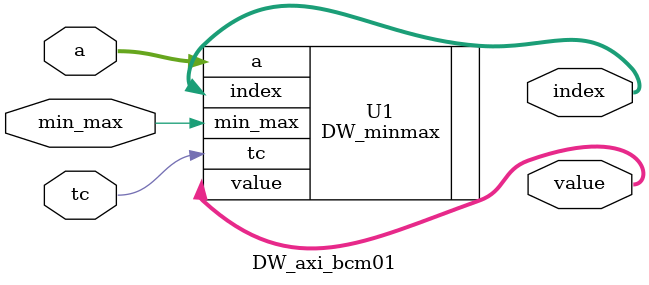
<source format=v>


  module DW_axi_bcm01 (
      // Inputs
	a,
	tc,
	min_max,
      // Outputs
	value,
	index
);

parameter WIDTH = 		4;	// element WIDTH
parameter NUM_INPUTS = 		8;	// number of elements in input array
parameter INDEX_WIDTH = 	3;	// size of index pointer = ceil(log2(NUM_INPUTS))


input  [NUM_INPUTS*WIDTH-1 : 0]		a;	// Concatenated input vector
input					tc;	// 0 = unsigned, 1 = signed
input					min_max;// 0 = find min, 1 = find max
output [WIDTH-1:0]			value;	// mon or max value found
output [INDEX_WIDTH-1:0]		index;	// index to value found

  DW_minmax #(WIDTH,NUM_INPUTS) U1(
	.a(a),
	.tc(tc),
	.min_max(min_max),
	.value(value),
	.index(index) );


endmodule

</source>
